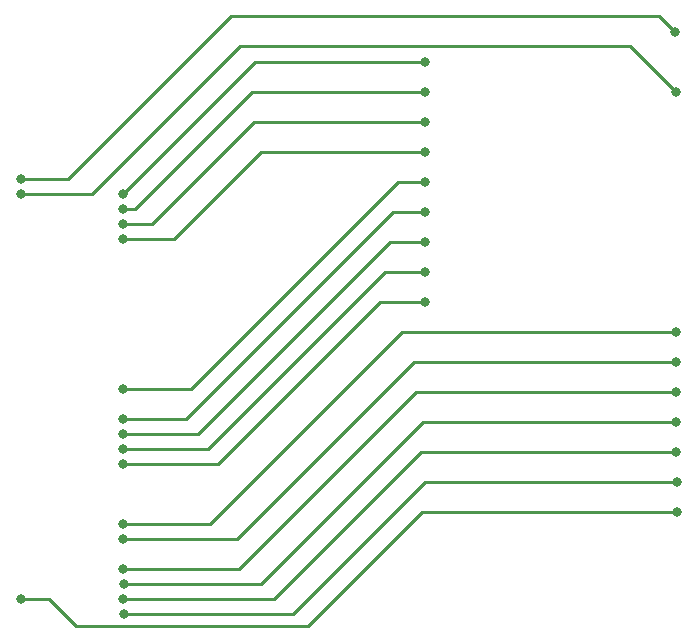
<source format=gbr>
G04 #@! TF.GenerationSoftware,KiCad,Pcbnew,5.1.5-52549c5~84~ubuntu18.04.1*
G04 #@! TF.CreationDate,2020-01-12T14:58:15-06:00*
G04 #@! TF.ProjectId,bloop-zturn-adapter,626c6f6f-702d-47a7-9475-726e2d616461,rev?*
G04 #@! TF.SameCoordinates,Original*
G04 #@! TF.FileFunction,Copper,L2,Bot*
G04 #@! TF.FilePolarity,Positive*
%FSLAX46Y46*%
G04 Gerber Fmt 4.6, Leading zero omitted, Abs format (unit mm)*
G04 Created by KiCad (PCBNEW 5.1.5-52549c5~84~ubuntu18.04.1) date 2020-01-12 14:58:15*
%MOMM*%
%LPD*%
G04 APERTURE LIST*
%ADD10C,0.800000*%
%ADD11C,0.250000*%
G04 APERTURE END LIST*
D10*
X166479400Y-99489000D03*
X119718000Y-114475000D03*
X166479400Y-104569000D03*
X119718000Y-117015000D03*
X119743400Y-115770400D03*
X166504800Y-102029000D03*
X119692600Y-111935000D03*
X166479400Y-96949000D03*
X166479400Y-94409000D03*
X119692600Y-110665000D03*
X166555600Y-109649000D03*
X111082000Y-117015000D03*
X119750000Y-118250000D03*
X166555600Y-107109000D03*
X145245000Y-91869000D03*
X119718000Y-105585000D03*
X119718000Y-104315000D03*
X145245000Y-89329000D03*
X119718000Y-103045000D03*
X145245000Y-86789000D03*
X119718000Y-101775000D03*
X145245000Y-84249000D03*
X166454000Y-69009000D03*
X111082000Y-81455000D03*
X166504800Y-74089000D03*
X111082000Y-82725000D03*
X145245000Y-81709000D03*
X119718000Y-99235000D03*
X145245000Y-71549000D03*
X119718000Y-82725000D03*
X119718000Y-83995000D03*
X145245000Y-74089000D03*
X145245000Y-76629000D03*
X119718000Y-85265000D03*
X119718000Y-86535000D03*
X145245000Y-79169000D03*
D11*
X166479400Y-99489000D02*
X144533800Y-99489000D01*
X144533800Y-99489000D02*
X129547800Y-114475000D01*
X129547800Y-114475000D02*
X119718000Y-114475000D01*
X166479400Y-104569000D02*
X144889400Y-104569000D01*
X144889400Y-104569000D02*
X132443400Y-117015000D01*
X132443400Y-117015000D02*
X119718000Y-117015000D01*
X119743400Y-115770400D02*
X131224200Y-115770400D01*
X131224200Y-115770400D02*
X131351200Y-115770400D01*
X131351200Y-115770400D02*
X145092600Y-102029000D01*
X145092600Y-102029000D02*
X166504800Y-102029000D01*
X119692600Y-111935000D02*
X129370000Y-111935000D01*
X129370000Y-111935000D02*
X144356000Y-96949000D01*
X144356000Y-96949000D02*
X166479400Y-96949000D01*
X166479400Y-94409000D02*
X143289200Y-94409000D01*
X143289200Y-94409000D02*
X127033200Y-110665000D01*
X127033200Y-110665000D02*
X119692600Y-110665000D01*
X111082000Y-117015000D02*
X113450000Y-117015000D01*
X113450000Y-117015000D02*
X115736000Y-119301000D01*
X115736000Y-119301000D02*
X135313600Y-119301000D01*
X135313600Y-119301000D02*
X144965600Y-109649000D01*
X144965600Y-109649000D02*
X166555600Y-109649000D01*
X125750000Y-118250000D02*
X119750000Y-118250000D01*
X134078600Y-118250000D02*
X125750000Y-118250000D01*
X166555600Y-107109000D02*
X145219600Y-107109000D01*
X145219600Y-107109000D02*
X134078600Y-118250000D01*
X145245000Y-91869000D02*
X141409600Y-91869000D01*
X127693600Y-105585000D02*
X119718000Y-105585000D01*
X141409600Y-91869000D02*
X127693600Y-105585000D01*
X119718000Y-104315000D02*
X126906200Y-104315000D01*
X141892200Y-89329000D02*
X145245000Y-89329000D01*
X126906200Y-104315000D02*
X141892200Y-89329000D01*
X142298600Y-86789000D02*
X145245000Y-86789000D01*
X119718000Y-103045000D02*
X126042600Y-103045000D01*
X126042600Y-103045000D02*
X142298600Y-86789000D01*
X142552600Y-84249000D02*
X145245000Y-84249000D01*
X119718000Y-101775000D02*
X125026600Y-101775000D01*
X125026600Y-101775000D02*
X142552600Y-84249000D01*
X128811200Y-67662800D02*
X115019000Y-81455000D01*
X166454000Y-69009000D02*
X165107800Y-67662800D01*
X115019000Y-81455000D02*
X111082000Y-81455000D01*
X165107800Y-67662800D02*
X128811200Y-67662800D01*
X129624000Y-70202800D02*
X117101800Y-82725000D01*
X162618600Y-70202800D02*
X129624000Y-70202800D01*
X166504800Y-74089000D02*
X162618600Y-70202800D01*
X117101800Y-82725000D02*
X111082000Y-82725000D01*
X125433000Y-99235000D02*
X119718000Y-99235000D01*
X145245000Y-81709000D02*
X142959000Y-81709000D01*
X142959000Y-81709000D02*
X125433000Y-99235000D01*
X145245000Y-71549000D02*
X130894000Y-71549000D01*
X130894000Y-71549000D02*
X119718000Y-82725000D01*
X119718000Y-83995000D02*
X120734000Y-83995000D01*
X120734000Y-83995000D02*
X130640000Y-74089000D01*
X130640000Y-74089000D02*
X145245000Y-74089000D01*
X145245000Y-76629000D02*
X130767000Y-76629000D01*
X130767000Y-76629000D02*
X122131000Y-85265000D01*
X122131000Y-85265000D02*
X119718000Y-85265000D01*
X119718000Y-86535000D02*
X124036000Y-86535000D01*
X124036000Y-86535000D02*
X131402000Y-79169000D01*
X131402000Y-79169000D02*
X145245000Y-79169000D01*
M02*

</source>
